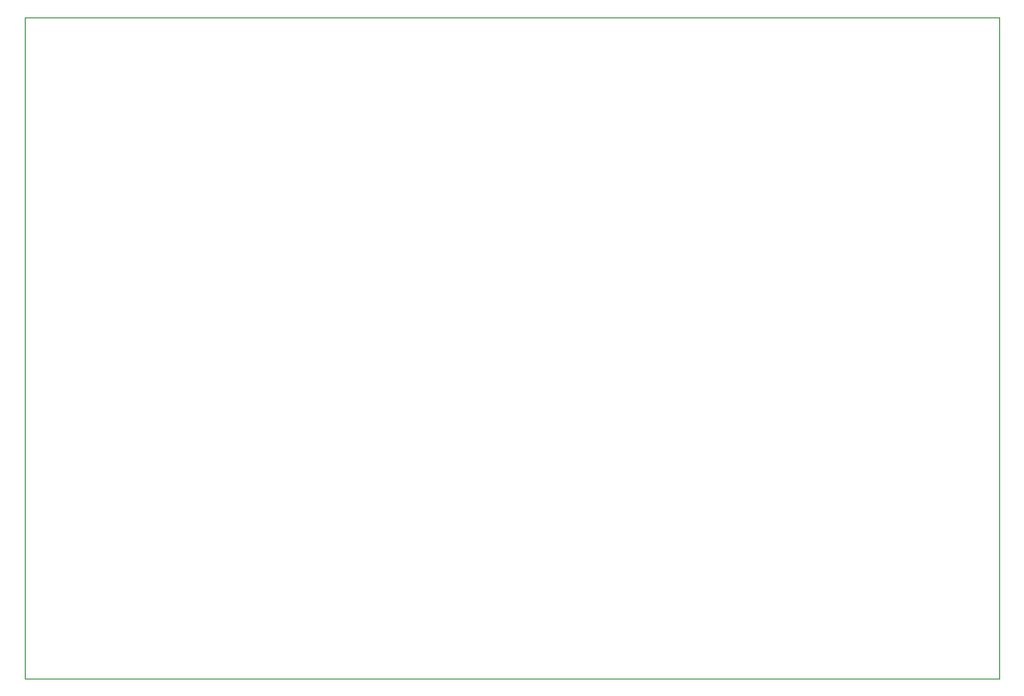
<source format=gm1>
%TF.GenerationSoftware,KiCad,Pcbnew,7.0.6*%
%TF.CreationDate,2023-08-13T13:31:46-04:00*%
%TF.ProjectId,Microphone_V1,4d696372-6f70-4686-9f6e-655f56312e6b,rev?*%
%TF.SameCoordinates,Original*%
%TF.FileFunction,Profile,NP*%
%FSLAX46Y46*%
G04 Gerber Fmt 4.6, Leading zero omitted, Abs format (unit mm)*
G04 Created by KiCad (PCBNEW 7.0.6) date 2023-08-13 13:31:46*
%MOMM*%
%LPD*%
G01*
G04 APERTURE LIST*
%TA.AperFunction,Profile*%
%ADD10C,0.100000*%
%TD*%
G04 APERTURE END LIST*
D10*
X120269000Y-63881000D02*
X210185000Y-63881000D01*
X210185000Y-124968000D01*
X120269000Y-124968000D01*
X120269000Y-63881000D01*
M02*

</source>
